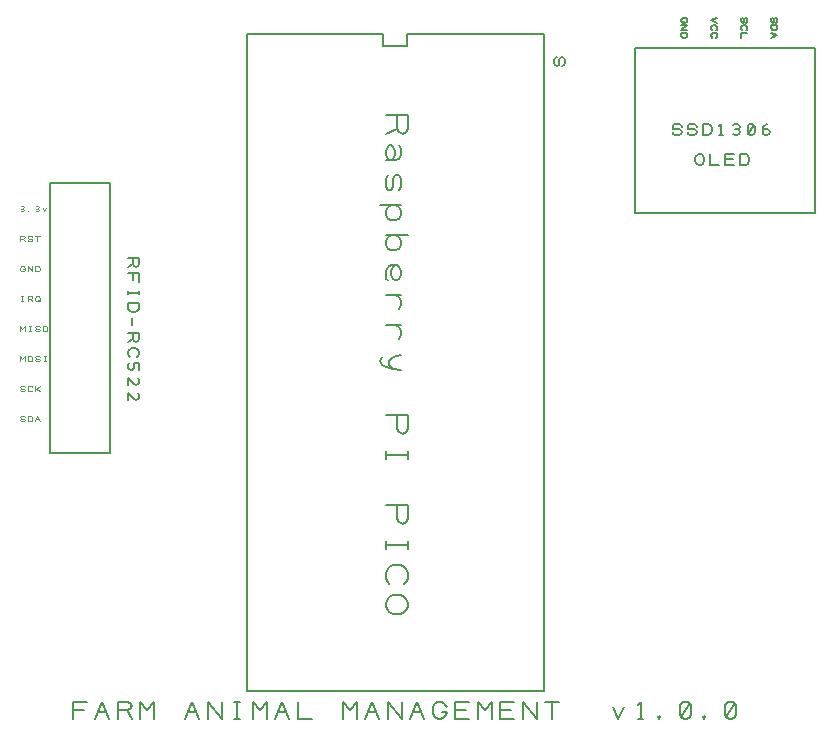
<source format=gbr>
G04 DesignSpark PCB Gerber Version 11.0 Build 5877*
G04 #@! TF.Part,Single*
G04 #@! TF.FileFunction,Legend,Top*
G04 #@! TF.FilePolarity,Positive*
%FSLAX35Y35*%
%MOIN*%
%ADD11C,0.00100*%
%ADD10C,0.00500*%
G04 #@! TD.AperFunction*
X0Y0D02*
D02*
D10*
X45250Y185250D02*
X25250D01*
Y95250D01*
X45250D01*
Y185250D01*
X51187Y160250D02*
X54937D01*
Y158063D01*
X54625Y157437D01*
X54000Y157125D01*
X53375Y157437D01*
X53063Y158063D01*
Y160250D01*
Y158063D02*
X51187Y157125D01*
Y155250D02*
X54937D01*
Y152125D01*
X53063Y152750D02*
Y155250D01*
X51187Y149313D02*
Y148063D01*
Y148687D02*
X54937D01*
Y149313D02*
Y148063D01*
X51187Y145250D02*
X54937D01*
Y143375D01*
X54625Y142750D01*
X54313Y142437D01*
X53687Y142125D01*
X52437D01*
X51813Y142437D01*
X51500Y142750D01*
X51187Y143375D01*
Y145250D01*
X52437Y140250D02*
Y137750D01*
X51187Y135250D02*
X54937D01*
Y133063D01*
X54625Y132437D01*
X54000Y132125D01*
X53375Y132437D01*
X53063Y133063D01*
Y135250D01*
Y133063D02*
X51187Y132125D01*
X51813Y127125D02*
X51500Y127437D01*
X51187Y128063D01*
Y129000D01*
X51500Y129625D01*
X51813Y129937D01*
X52437Y130250D01*
X53687D01*
X54313Y129937D01*
X54625Y129625D01*
X54937Y129000D01*
Y128063D01*
X54625Y127437D01*
X54313Y127125D01*
X51500Y125250D02*
X51187Y124625D01*
Y123687D01*
X51500Y123063D01*
X52125Y122750D01*
X52437D01*
X53063Y123063D01*
X53375Y123687D01*
Y125250D01*
X54937D01*
Y122750D01*
X51187Y117750D02*
Y120250D01*
X53375Y118063D01*
X54000Y117750D01*
X54625Y118063D01*
X54937Y118687D01*
Y119625D01*
X54625Y120250D01*
X51187Y112750D02*
Y115250D01*
X53375Y113063D01*
X54000Y112750D01*
X54625Y113063D01*
X54937Y113687D01*
Y114625D01*
X54625Y115250D01*
X137125Y207750D02*
X144625D01*
Y203375D01*
X144000Y202125D01*
X142750Y201500D01*
X141500Y202125D01*
X140875Y203375D01*
Y207750D01*
Y203375D02*
X137125Y201500D01*
X141500Y197750D02*
X142125Y196500D01*
Y194625D01*
X141500Y193375D01*
X140250Y192750D01*
X138375D01*
X137750Y193375D01*
X137125Y194625D01*
Y195875D01*
X137750Y197125D01*
X138375Y197750D01*
X139000D01*
X139625Y197125D01*
X140250Y195875D01*
Y194625D01*
X139625Y193375D01*
X139000Y192750D01*
X138375D02*
X137125D01*
X137750Y187750D02*
X137125Y186500D01*
Y184000D01*
X137750Y182750D01*
X139000D01*
X139625Y184000D01*
Y186500D01*
X140250Y187750D01*
X141500D01*
X142125Y186500D01*
Y184000D01*
X141500Y182750D01*
X142125Y177750D02*
X135250D01*
X139000D02*
X137750Y177125D01*
X137125Y175875D01*
Y174625D01*
X137750Y173375D01*
X139000Y172750D01*
X140250D01*
X141500Y173375D01*
X142125Y174625D01*
Y175875D01*
X141500Y177125D01*
X140250Y177750D01*
X139000D01*
Y167750D02*
X137750Y167125D01*
X137125Y165875D01*
Y164625D01*
X137750Y163375D01*
X139000Y162750D01*
X140250D01*
X141500Y163375D01*
X142125Y164625D01*
Y165875D01*
X141500Y167125D01*
X140250Y167750D01*
X137125D02*
X144625D01*
X137750Y152750D02*
X137125Y153375D01*
Y154625D01*
Y155875D01*
X137750Y157125D01*
X139000Y157750D01*
X140875D01*
X141500Y157125D01*
X142125Y155875D01*
Y154625D01*
X141500Y153375D01*
X140875Y152750D01*
X140250D01*
X139625Y153375D01*
X139000Y154625D01*
Y155875D01*
X139625Y157125D01*
X140250Y157750D01*
X137125Y147750D02*
X142125D01*
X140250D02*
X141500Y147125D01*
X142125Y145875D01*
Y144625D01*
X141500Y143375D01*
X137125Y137750D02*
X142125D01*
X140250D02*
X141500Y137125D01*
X142125Y135875D01*
Y134625D01*
X141500Y133375D01*
X142125Y127750D02*
X139625Y127125D01*
X138375Y125875D01*
Y124625D01*
X139625Y123375D01*
X142125Y122750D01*
X139625Y123375D02*
X137125Y124000D01*
X135875Y124625D01*
X135250Y125875D01*
X135875Y127125D01*
X137125Y107750D02*
X144625D01*
Y103375D01*
X144000Y102125D01*
X142750Y101500D01*
X141500Y102125D01*
X140875Y103375D01*
Y107750D01*
X137125Y95875D02*
Y93375D01*
Y94625D02*
X144625D01*
Y95875D02*
Y93375D01*
X137125Y77750D02*
X144625D01*
Y73375D01*
X144000Y72125D01*
X142750Y71500D01*
X141500Y72125D01*
X140875Y73375D01*
Y77750D01*
X137125Y65875D02*
Y63375D01*
Y64625D02*
X144625D01*
Y65875D02*
Y63375D01*
X138375Y51500D02*
X137750Y52125D01*
X137125Y53375D01*
Y55250D01*
X137750Y56500D01*
X138375Y57125D01*
X139625Y57750D01*
X142125D01*
X143375Y57125D01*
X144000Y56500D01*
X144625Y55250D01*
Y53375D01*
X144000Y52125D01*
X143375Y51500D01*
X139625Y47750D02*
X142125D01*
X143375Y47125D01*
X144000Y46500D01*
X144625Y45250D01*
Y44000D01*
X144000Y42750D01*
X143375Y42125D01*
X142125Y41500D01*
X139625D01*
X138375Y42125D01*
X137750Y42750D01*
X137125Y44000D01*
Y45250D01*
X137750Y46500D01*
X138375Y47125D01*
X139625Y47750D01*
X32750Y6656D02*
Y12281D01*
X37437D01*
X36500Y9469D02*
X32750D01*
X40250Y6656D02*
X42594Y12281D01*
X44937Y6656D01*
X41187Y9000D02*
X44000D01*
X47750Y6656D02*
Y12281D01*
X51031D01*
X51969Y11813D01*
X52437Y10875D01*
X51969Y9937D01*
X51031Y9469D01*
X47750D01*
X51031D02*
X52437Y6656D01*
X55250D02*
Y12281D01*
X57594Y9469D01*
X59937Y12281D01*
Y6656D01*
X70250D02*
X72594Y12281D01*
X74937Y6656D01*
X71187Y9000D02*
X74000D01*
X77750Y6656D02*
Y12281D01*
X82437Y6656D01*
Y12281D01*
X86656Y6656D02*
X88531D01*
X87594D02*
Y12281D01*
X86656D02*
X88531D01*
X92750Y6656D02*
Y12281D01*
X95094Y9469D01*
X97437Y12281D01*
Y6656D01*
X100250D02*
X102594Y12281D01*
X104937Y6656D01*
X101187Y9000D02*
X104000D01*
X107750Y12281D02*
Y6656D01*
X112437D01*
X122750D02*
Y12281D01*
X125094Y9469D01*
X127437Y12281D01*
Y6656D01*
X130250D02*
X132594Y12281D01*
X134937Y6656D01*
X131187Y9000D02*
X134000D01*
X137750Y6656D02*
Y12281D01*
X142437Y6656D01*
Y12281D01*
X145250Y6656D02*
X147594Y12281D01*
X149937Y6656D01*
X146187Y9000D02*
X149000D01*
X156031D02*
X157437D01*
Y8531D01*
X156969Y7594D01*
X156500Y7125D01*
X155563Y6656D01*
X154625D01*
X153687Y7125D01*
X153219Y7594D01*
X152750Y8531D01*
Y10406D01*
X153219Y11344D01*
X153687Y11813D01*
X154625Y12281D01*
X155563D01*
X156500Y11813D01*
X156969Y11344D01*
X157437Y10406D01*
X160250Y6656D02*
Y12281D01*
X164937D01*
X164000Y9469D02*
X160250D01*
Y6656D02*
X164937D01*
X167750D02*
Y12281D01*
X170094Y9469D01*
X172437Y12281D01*
Y6656D01*
X175250D02*
Y12281D01*
X179937D01*
X179000Y9469D02*
X175250D01*
Y6656D02*
X179937D01*
X182750D02*
Y12281D01*
X187437Y6656D01*
Y12281D01*
X192594Y6656D02*
Y12281D01*
X190250D02*
X194937D01*
X212750Y10406D02*
X214625Y6656D01*
X216500Y10406D01*
X221187Y6656D02*
X223063D01*
X222125D02*
Y12281D01*
X221187Y11344D01*
X228219Y6656D02*
X228687Y7125D01*
X228219Y7594D01*
X227750Y7125D01*
X228219Y6656D01*
X235719Y7125D02*
X236656Y6656D01*
X237594D01*
X238531Y7125D01*
X239000Y8063D01*
Y10875D01*
X238531Y11813D01*
X237594Y12281D01*
X236656D01*
X235719Y11813D01*
X235250Y10875D01*
Y8063D01*
X235719Y7125D01*
X238531Y11813D01*
X243219Y6656D02*
X243687Y7125D01*
X243219Y7594D01*
X242750Y7125D01*
X243219Y6656D01*
X250719Y7125D02*
X251656Y6656D01*
X252594D01*
X253531Y7125D01*
X254000Y8063D01*
Y10875D01*
X253531Y11813D01*
X252594Y12281D01*
X251656D01*
X250719Y11813D01*
X250250Y10875D01*
Y8063D01*
X250719Y7125D01*
X253531Y11813D01*
X189750Y234750D02*
Y15750D01*
X90750D01*
Y234750D01*
X136250D01*
Y230750D01*
X144250D01*
Y234750D01*
X189750D01*
X194125Y227250D02*
X193500Y226937D01*
X193187Y226313D01*
Y225063D01*
X193500Y224437D01*
X194125Y224125D01*
X194750Y224437D01*
X195063Y225063D01*
Y226313D01*
X195375Y226937D01*
X196000Y227250D01*
X196625Y226937D01*
X196937Y226313D01*
Y225063D01*
X196625Y224437D01*
X196000Y224125D01*
X220250Y175250D02*
X280250D01*
Y230250D01*
X220250D01*
Y175250D01*
X236500Y239156D02*
Y238687D01*
X236344D01*
X236031Y238844D01*
X235875Y239000D01*
X235719Y239313D01*
Y239625D01*
X235875Y239937D01*
X236031Y240094D01*
X236344Y240250D01*
X236969D01*
X237281Y240094D01*
X237437Y239937D01*
X237594Y239625D01*
Y239313D01*
X237437Y239000D01*
X237281Y238844D01*
X236969Y238687D01*
X235719Y237750D02*
X237594D01*
X235719Y236187D01*
X237594D01*
X235719Y235250D02*
X237594D01*
Y234313D01*
X237437Y234000D01*
X237281Y233844D01*
X236969Y233687D01*
X236344D01*
X236031Y233844D01*
X235875Y234000D01*
X235719Y234313D01*
Y235250D01*
X247594Y240250D02*
X245719Y239469D01*
X247594Y238687D01*
X246031Y236187D02*
X245875Y236344D01*
X245719Y236656D01*
Y237125D01*
X245875Y237437D01*
X246031Y237594D01*
X246344Y237750D01*
X246969D01*
X247281Y237594D01*
X247437Y237437D01*
X247594Y237125D01*
Y236656D01*
X247437Y236344D01*
X247281Y236187D01*
X246031Y233687D02*
X245875Y233844D01*
X245719Y234156D01*
Y234625D01*
X245875Y234937D01*
X246031Y235094D01*
X246344Y235250D01*
X246969D01*
X247281Y235094D01*
X247437Y234937D01*
X247594Y234625D01*
Y234156D01*
X247437Y233844D01*
X247281Y233687D01*
X240250Y192437D02*
Y193687D01*
X240563Y194313D01*
X240875Y194625D01*
X241500Y194937D01*
X242125D01*
X242750Y194625D01*
X243063Y194313D01*
X243375Y193687D01*
Y192437D01*
X243063Y191813D01*
X242750Y191500D01*
X242125Y191187D01*
X241500D01*
X240875Y191500D01*
X240563Y191813D01*
X240250Y192437D01*
X245250Y194937D02*
Y191187D01*
X248375D01*
X250250D02*
Y194937D01*
X253375D01*
X252750Y193063D02*
X250250D01*
Y191187D02*
X253375D01*
X255250D02*
Y194937D01*
X257125D01*
X257750Y194625D01*
X258063Y194313D01*
X258375Y193687D01*
Y192437D01*
X258063Y191813D01*
X257750Y191500D01*
X257125Y191187D01*
X255250D01*
X232750Y202125D02*
X233063Y201500D01*
X233687Y201187D01*
X234937D01*
X235563Y201500D01*
X235875Y202125D01*
X235563Y202750D01*
X234937Y203063D01*
X233687D01*
X233063Y203375D01*
X232750Y204000D01*
X233063Y204625D01*
X233687Y204937D01*
X234937D01*
X235563Y204625D01*
X235875Y204000D01*
X237750Y202125D02*
X238063Y201500D01*
X238687Y201187D01*
X239937D01*
X240563Y201500D01*
X240875Y202125D01*
X240563Y202750D01*
X239937Y203063D01*
X238687D01*
X238063Y203375D01*
X237750Y204000D01*
X238063Y204625D01*
X238687Y204937D01*
X239937D01*
X240563Y204625D01*
X240875Y204000D01*
X242750Y201187D02*
Y204937D01*
X244625D01*
X245250Y204625D01*
X245563Y204313D01*
X245875Y203687D01*
Y202437D01*
X245563Y201813D01*
X245250Y201500D01*
X244625Y201187D01*
X242750D01*
X248375D02*
X249625D01*
X249000D02*
Y204937D01*
X248375Y204313D01*
X253063Y201500D02*
X253687Y201187D01*
X254313D01*
X254937Y201500D01*
X255250Y202125D01*
X254937Y202750D01*
X254313Y203063D01*
X253687D01*
X254313D02*
X254937Y203375D01*
X255250Y204000D01*
X254937Y204625D01*
X254313Y204937D01*
X253687D01*
X253063Y204625D01*
X258063Y201500D02*
X258687Y201187D01*
X259313D01*
X259937Y201500D01*
X260250Y202125D01*
Y204000D01*
X259937Y204625D01*
X259313Y204937D01*
X258687D01*
X258063Y204625D01*
X257750Y204000D01*
Y202125D01*
X258063Y201500D01*
X259937Y204625D01*
X262750Y202125D02*
X263063Y202750D01*
X263687Y203063D01*
X264313D01*
X264937Y202750D01*
X265250Y202125D01*
X264937Y201500D01*
X264313Y201187D01*
X263687D01*
X263063Y201500D01*
X262750Y202125D01*
Y203063D01*
X263063Y204000D01*
X263687Y204625D01*
X264313Y204937D01*
X256187Y240250D02*
X255875Y240094D01*
X255719Y239781D01*
Y239156D01*
X255875Y238844D01*
X256187Y238687D01*
X256500Y238844D01*
X256656Y239156D01*
Y239781D01*
X256813Y240094D01*
X257125Y240250D01*
X257437Y240094D01*
X257594Y239781D01*
Y239156D01*
X257437Y238844D01*
X257125Y238687D01*
X256031Y236187D02*
X255875Y236344D01*
X255719Y236656D01*
Y237125D01*
X255875Y237437D01*
X256031Y237594D01*
X256344Y237750D01*
X256969D01*
X257281Y237594D01*
X257437Y237437D01*
X257594Y237125D01*
Y236656D01*
X257437Y236344D01*
X257281Y236187D01*
X257594Y235250D02*
X255719D01*
Y233687D01*
X266187Y240250D02*
X265875Y240094D01*
X265719Y239781D01*
Y239156D01*
X265875Y238844D01*
X266187Y238687D01*
X266500Y238844D01*
X266656Y239156D01*
Y239781D01*
X266813Y240094D01*
X267125Y240250D01*
X267437Y240094D01*
X267594Y239781D01*
Y239156D01*
X267437Y238844D01*
X267125Y238687D01*
X265719Y237750D02*
X267594D01*
Y236813D01*
X267437Y236500D01*
X267281Y236344D01*
X266969Y236187D01*
X266344D01*
X266031Y236344D01*
X265875Y236500D01*
X265719Y236813D01*
Y237750D01*
Y235250D02*
X267594Y234469D01*
X265719Y233687D01*
X266500Y234937D02*
Y234000D01*
D02*
D11*
X15250Y106187D02*
X15406Y105875D01*
X15719Y105719D01*
X16344D01*
X16656Y105875D01*
X16813Y106187D01*
X16656Y106500D01*
X16344Y106656D01*
X15719D01*
X15406Y106813D01*
X15250Y107125D01*
X15406Y107437D01*
X15719Y107594D01*
X16344D01*
X16656Y107437D01*
X16813Y107125D01*
X17750Y105719D02*
Y107594D01*
X18687D01*
X19000Y107437D01*
X19156Y107281D01*
X19313Y106969D01*
Y106344D01*
X19156Y106031D01*
X19000Y105875D01*
X18687Y105719D01*
X17750D01*
X20250D02*
X21031Y107594D01*
X21813Y105719D01*
X20563Y106500D02*
X21500D01*
X15250Y116187D02*
X15406Y115875D01*
X15719Y115719D01*
X16344D01*
X16656Y115875D01*
X16813Y116187D01*
X16656Y116500D01*
X16344Y116656D01*
X15719D01*
X15406Y116813D01*
X15250Y117125D01*
X15406Y117437D01*
X15719Y117594D01*
X16344D01*
X16656Y117437D01*
X16813Y117125D01*
X19313Y116031D02*
X19156Y115875D01*
X18844Y115719D01*
X18375D01*
X18063Y115875D01*
X17906Y116031D01*
X17750Y116344D01*
Y116969D01*
X17906Y117281D01*
X18063Y117437D01*
X18375Y117594D01*
X18844D01*
X19156Y117437D01*
X19313Y117281D01*
X20250Y115719D02*
Y117594D01*
Y116656D02*
X20719D01*
X21813Y117594D01*
X20719Y116656D02*
X21813Y115719D01*
X15250Y125719D02*
Y127594D01*
X16031Y126656D01*
X16813Y127594D01*
Y125719D01*
X17750Y126344D02*
Y126969D01*
X17906Y127281D01*
X18063Y127437D01*
X18375Y127594D01*
X18687D01*
X19000Y127437D01*
X19156Y127281D01*
X19313Y126969D01*
Y126344D01*
X19156Y126031D01*
X19000Y125875D01*
X18687Y125719D01*
X18375D01*
X18063Y125875D01*
X17906Y126031D01*
X17750Y126344D01*
X20250Y126187D02*
X20406Y125875D01*
X20719Y125719D01*
X21344D01*
X21656Y125875D01*
X21813Y126187D01*
X21656Y126500D01*
X21344Y126656D01*
X20719D01*
X20406Y126813D01*
X20250Y127125D01*
X20406Y127437D01*
X20719Y127594D01*
X21344D01*
X21656Y127437D01*
X21813Y127125D01*
X23219Y125719D02*
X23844D01*
X23531D02*
Y127594D01*
X23219D02*
X23844D01*
X15250Y135719D02*
Y137594D01*
X16031Y136656D01*
X16813Y137594D01*
Y135719D01*
X18219D02*
X18844D01*
X18531D02*
Y137594D01*
X18219D02*
X18844D01*
X20250Y136187D02*
X20406Y135875D01*
X20719Y135719D01*
X21344D01*
X21656Y135875D01*
X21813Y136187D01*
X21656Y136500D01*
X21344Y136656D01*
X20719D01*
X20406Y136813D01*
X20250Y137125D01*
X20406Y137437D01*
X20719Y137594D01*
X21344D01*
X21656Y137437D01*
X21813Y137125D01*
X22750Y136344D02*
Y136969D01*
X22906Y137281D01*
X23063Y137437D01*
X23375Y137594D01*
X23687D01*
X24000Y137437D01*
X24156Y137281D01*
X24313Y136969D01*
Y136344D01*
X24156Y136031D01*
X24000Y135875D01*
X23687Y135719D01*
X23375D01*
X23063Y135875D01*
X22906Y136031D01*
X22750Y136344D01*
X15719Y145719D02*
X16344D01*
X16031D02*
Y147594D01*
X15719D02*
X16344D01*
X17750Y145719D02*
Y147594D01*
X18844D01*
X19156Y147437D01*
X19313Y147125D01*
X19156Y146813D01*
X18844Y146656D01*
X17750D01*
X18844D02*
X19313Y145719D01*
X20250Y146344D02*
Y146969D01*
X20406Y147281D01*
X20563Y147437D01*
X20875Y147594D01*
X21187D01*
X21500Y147437D01*
X21656Y147281D01*
X21813Y146969D01*
Y146344D01*
X21656Y146031D01*
X21500Y145875D01*
X21187Y145719D01*
X20875D01*
X20563Y145875D01*
X20406Y146031D01*
X20250Y146344D01*
X21344Y146187D02*
X21813Y145719D01*
X16344Y156500D02*
X16813D01*
Y156344D01*
X16656Y156031D01*
X16500Y155875D01*
X16187Y155719D01*
X15875D01*
X15563Y155875D01*
X15406Y156031D01*
X15250Y156344D01*
Y156969D01*
X15406Y157281D01*
X15563Y157437D01*
X15875Y157594D01*
X16187D01*
X16500Y157437D01*
X16656Y157281D01*
X16813Y156969D01*
X17750Y155719D02*
Y157594D01*
X19313Y155719D01*
Y157594D01*
X20250Y155719D02*
Y157594D01*
X21187D01*
X21500Y157437D01*
X21656Y157281D01*
X21813Y156969D01*
Y156344D01*
X21656Y156031D01*
X21500Y155875D01*
X21187Y155719D01*
X20250D01*
X15250Y165719D02*
Y167594D01*
X16344D01*
X16656Y167437D01*
X16813Y167125D01*
X16656Y166813D01*
X16344Y166656D01*
X15250D01*
X16344D02*
X16813Y165719D01*
X17750Y166187D02*
X17906Y165875D01*
X18219Y165719D01*
X18844D01*
X19156Y165875D01*
X19313Y166187D01*
X19156Y166500D01*
X18844Y166656D01*
X18219D01*
X17906Y166813D01*
X17750Y167125D01*
X17906Y167437D01*
X18219Y167594D01*
X18844D01*
X19156Y167437D01*
X19313Y167125D01*
X21031Y165719D02*
Y167594D01*
X20250D02*
X21813D01*
X15406Y175875D02*
X15719Y175719D01*
X16031D01*
X16344Y175875D01*
X16500Y176187D01*
X16344Y176500D01*
X16031Y176656D01*
X15719D01*
X16031D02*
X16344Y176813D01*
X16500Y177125D01*
X16344Y177437D01*
X16031Y177594D01*
X15719D01*
X15406Y177437D01*
X17906Y175719D02*
X18063Y175875D01*
X17906Y176031D01*
X17750Y175875D01*
X17906Y175719D01*
X20406Y175875D02*
X20719Y175719D01*
X21031D01*
X21344Y175875D01*
X21500Y176187D01*
X21344Y176500D01*
X21031Y176656D01*
X20719D01*
X21031D02*
X21344Y176813D01*
X21500Y177125D01*
X21344Y177437D01*
X21031Y177594D01*
X20719D01*
X20406Y177437D01*
X22750Y176969D02*
X23375Y175719D01*
X24000Y176969D01*
X0Y0D02*
M02*

</source>
